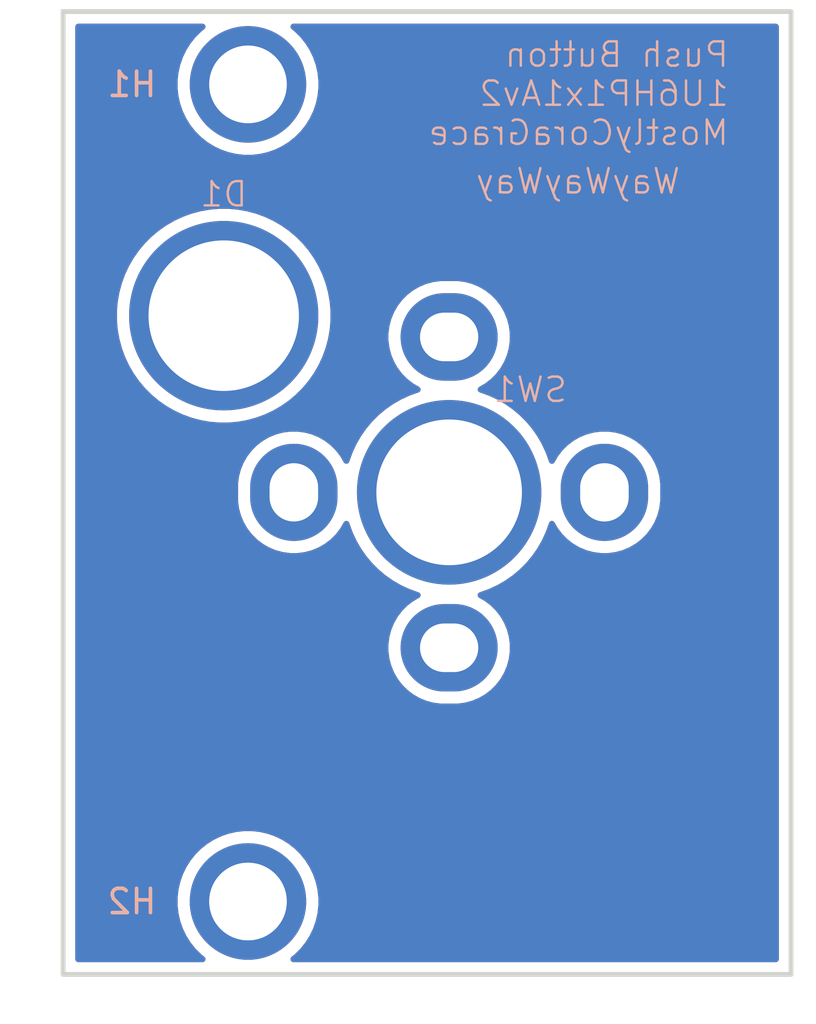
<source format=kicad_pcb>
(kicad_pcb (version 20241229) (generator "pcbnew") (generator_version "9.0")
  (layers (0 "F.Cu" signal) (2 "B.Cu" signal) (13 "F.Paste" user) (15 "B.Paste" user) (5 "F.SilkS" user "F.Silkscreen") (7 "B.SilkS" user "B.Silkscreen") (1 "F.Mask" user) (3 "B.Mask" user) (25 "Edge.Cuts" user))
  (net 0 "")
  (footprint "EXC:6mm_Panel_Mount_LED" (layer "F.Cu") (at 6.62 14.95)
    (property "Reference" "D1" (at 0 -5 0) (layer "B.SilkS") (effects (font (thickness 0.1)) (justify mirror)))
    (property "Value" "6mm_Panel_Mount_LED")
    (pad "" thru_hole circle (at 0 0) (size 7.8 7.8) (drill 6.2) (layers "*.Cu" "*.Mask"))
  )
  (footprint "EXC:SW_SPST_M6_Panel_Mount_Push-Button" (layer "F.Cu") (at 15.91 22.225)
    (property "Reference" "SW1" (at 3.34 -4.225 0) (layer "B.SilkS") (effects (font (thickness 0.1)) (justify mirror)))
    (property "Value" "SW_SPST_M6_Panel_Mount_Push-Button")
    (pad "" thru_hole oval (at -6.4 0) (size 3.6 4) (drill oval 2 2.4) (layers "*.Cu" "*.Mask"))
    (pad "" thru_hole oval (at 0 -6.4) (size 4 3.6) (drill oval 2.4 2) (layers "*.Cu" "*.Mask"))
    (pad "" thru_hole circle (at 0 0) (size 7.6 7.6) (drill 6) (layers "*.Cu" "*.Mask"))
    (pad "" thru_hole oval (at 0 6.4) (size 4 3.6) (drill oval 2.4 2) (layers "*.Cu" "*.Mask"))
    (pad "" thru_hole oval (at 6.4 0) (size 3.6 4) (drill oval 2 2.4) (layers "*.Cu" "*.Mask"))
  )
  (footprint "EXC:MountingHole_3.2mm_M3" (layer "F.Cu") (at 7.62 5.425)
    (property "Reference" "H1" (at -3.683 0 0) (layer "B.SilkS") (effects (justify left mirror)))
    (property "Value" "Eurorack_M3_MountingHole")
    (pad "" thru_hole circle (at 0 0) (size 4.8 4.8) (drill 3.2) (layers "*.Cu" "*.Mask"))
  )
  (footprint "EXC:MountingHole_3.2mm_M3" (layer "F.Cu") (at 7.62 39.075)
    (property "Reference" "H2" (at -3.683 0 0) (layer "B.SilkS") (effects (justify left mirror)))
    (property "Value" "Eurorack_M3_MountingHole")
    (pad "" thru_hole circle (at 0 0) (size 4.8 4.8) (drill 3.2) (layers "*.Cu" "*.Mask"))
  )
  (gr_rect (start 0 2.425) (end 30 42.075) (stroke (width 0.2)) (fill no) (layer "Edge.Cuts"))
  (gr_text "WayWayWay" (at 25.5 10 0) (layer "B.SilkS") (effects (font (size 1 1) (thickness 0.1)) (justify left bottom mirror)))
  (gr_text "Push Button\n1U6HP1x1Av2\nMostlyCoraGrace" (at 27.5 8 0) (layer "B.SilkS") (effects (font (size 1 1) (thickness 0.1)) (justify left bottom mirror)))
  (zone (net 0) (net_name "") (layers "F.Cu" "B.Cu") (connect_pads (clearance 0.5)) (min_thickness 0.25) (fill yes (thermal_gap 0.5) (thermal_bridge_width 0.5) (island_removal_mode 1) (island_area_min 10))
    (polygon (pts (xy 0 2.425) (xy 30 2.425) (xy 30 42.075) (xy 0 42.075)))
  )
)
</source>
